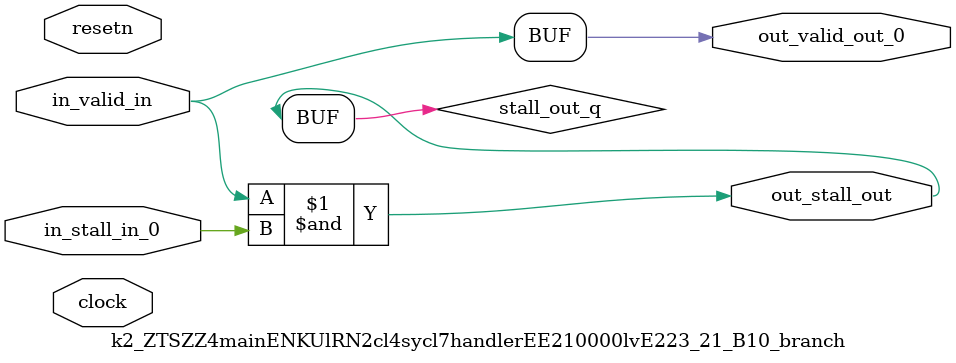
<source format=sv>



(* altera_attribute = "-name AUTO_SHIFT_REGISTER_RECOGNITION OFF; -name MESSAGE_DISABLE 10036; -name MESSAGE_DISABLE 10037; -name MESSAGE_DISABLE 14130; -name MESSAGE_DISABLE 14320; -name MESSAGE_DISABLE 15400; -name MESSAGE_DISABLE 14130; -name MESSAGE_DISABLE 10036; -name MESSAGE_DISABLE 12020; -name MESSAGE_DISABLE 12030; -name MESSAGE_DISABLE 12010; -name MESSAGE_DISABLE 12110; -name MESSAGE_DISABLE 14320; -name MESSAGE_DISABLE 13410; -name MESSAGE_DISABLE 113007; -name MESSAGE_DISABLE 10958" *)
module k2_ZTSZZ4mainENKUlRN2cl4sycl7handlerEE210000lvE223_21_B10_branch (
    input wire [0:0] in_stall_in_0,
    input wire [0:0] in_valid_in,
    output wire [0:0] out_stall_out,
    output wire [0:0] out_valid_out_0,
    input wire clock,
    input wire resetn
    );

    wire [0:0] stall_out_q;


    // stall_out(LOGICAL,6)
    assign stall_out_q = in_valid_in & in_stall_in_0;

    // out_stall_out(GPOUT,4)
    assign out_stall_out = stall_out_q;

    // out_valid_out_0(GPOUT,5)
    assign out_valid_out_0 = in_valid_in;

endmodule

</source>
